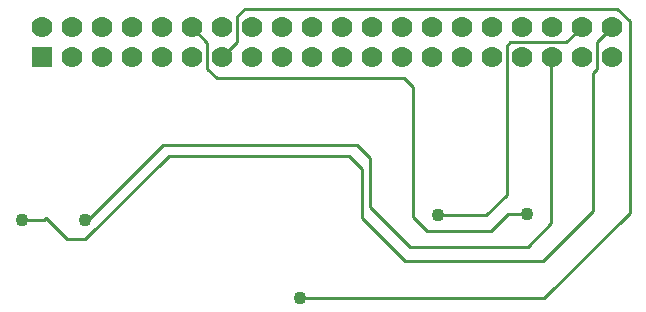
<source format=gbl>
G75*
%MOIN*%
%OFA0B0*%
%FSLAX25Y25*%
%IPPOS*%
%LPD*%
%AMOC8*
5,1,8,0,0,1.08239X$1,22.5*
%
%ADD10R,0.07000X0.07000*%
%ADD11C,0.07000*%
%ADD12C,0.01000*%
%ADD13C,0.04356*%
D10*
X0037953Y0136368D03*
D11*
X0047953Y0136368D03*
X0057953Y0136368D03*
X0067953Y0136368D03*
X0077953Y0136368D03*
X0087953Y0136368D03*
X0097953Y0136368D03*
X0107953Y0136368D03*
X0117953Y0136368D03*
X0127953Y0136368D03*
X0137953Y0136368D03*
X0147953Y0136368D03*
X0157953Y0136368D03*
X0167953Y0136368D03*
X0177953Y0136368D03*
X0187953Y0136368D03*
X0197953Y0136368D03*
X0207953Y0136368D03*
X0217953Y0136368D03*
X0227953Y0136368D03*
X0227953Y0146368D03*
X0217953Y0146368D03*
X0207953Y0146368D03*
X0197953Y0146368D03*
X0187953Y0146368D03*
X0177953Y0146368D03*
X0167953Y0146368D03*
X0157953Y0146368D03*
X0147953Y0146368D03*
X0137953Y0146368D03*
X0127953Y0146368D03*
X0117953Y0146368D03*
X0107953Y0146368D03*
X0097953Y0146368D03*
X0087953Y0146368D03*
X0077953Y0146368D03*
X0067953Y0146368D03*
X0057953Y0146368D03*
X0047953Y0146368D03*
X0037953Y0146368D03*
D12*
X0046402Y0075701D02*
X0052487Y0075701D01*
X0080302Y0103516D01*
X0140240Y0103516D01*
X0144762Y0098995D01*
X0144762Y0082774D01*
X0159108Y0068428D01*
X0204992Y0068428D01*
X0221700Y0085136D01*
X0221700Y0130938D01*
X0223076Y0132313D01*
X0223076Y0141491D01*
X0227953Y0146368D01*
X0233885Y0148236D02*
X0229758Y0152363D01*
X0105556Y0152363D01*
X0103099Y0149906D01*
X0103099Y0141514D01*
X0097953Y0136368D01*
X0092976Y0132254D02*
X0092976Y0140989D01*
X0087953Y0146368D01*
X0092976Y0132254D02*
X0096319Y0129266D01*
X0158715Y0129266D01*
X0161663Y0126319D01*
X0161663Y0083072D01*
X0166282Y0078453D01*
X0187800Y0078453D01*
X0193269Y0083922D01*
X0199803Y0083922D01*
X0207845Y0081008D02*
X0207845Y0136261D01*
X0207953Y0136368D01*
X0212842Y0141257D02*
X0217953Y0146368D01*
X0212842Y0141257D02*
X0194187Y0141257D01*
X0192910Y0139980D01*
X0192910Y0090346D01*
X0186170Y0083606D01*
X0170073Y0083606D01*
X0160778Y0073146D02*
X0147415Y0086509D01*
X0147415Y0102729D01*
X0143090Y0107054D01*
X0078435Y0107054D01*
X0053447Y0082066D01*
X0052475Y0082066D01*
X0046402Y0075701D02*
X0039424Y0082679D01*
X0038843Y0082099D01*
X0031352Y0082099D01*
X0124067Y0056039D02*
X0205376Y0056039D01*
X0233885Y0084547D01*
X0233885Y0148236D01*
X0207845Y0081008D02*
X0199983Y0073146D01*
X0160778Y0073146D01*
D13*
X0170073Y0083606D03*
X0199803Y0083922D03*
X0124067Y0056039D03*
X0052475Y0082066D03*
X0031352Y0082099D03*
M02*

</source>
